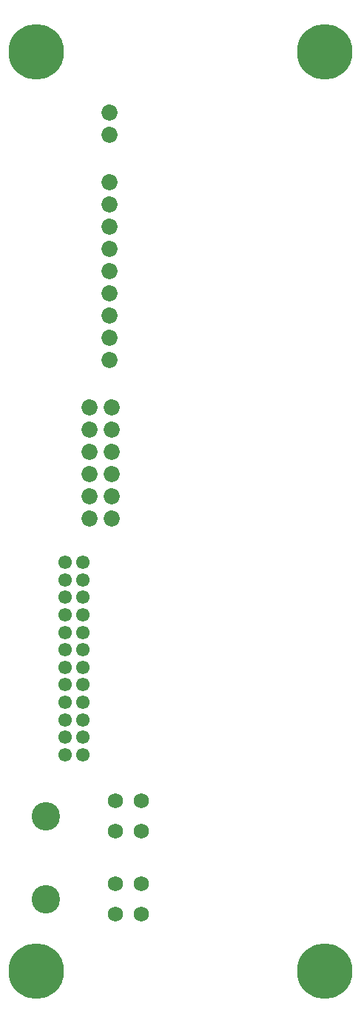
<source format=gbs>
G04*
G04 #@! TF.GenerationSoftware,Altium Limited,Altium Designer,20.2.6 (244)*
G04*
G04 Layer_Color=16711935*
%FSLAX25Y25*%
%MOIN*%
G70*
G04*
G04 #@! TF.SameCoordinates,18B60BF0-4894-4EB4-B1A3-BA70FD5D1607*
G04*
G04*
G04 #@! TF.FilePolarity,Negative*
G04*
G01*
G75*
%ADD43C,0.07284*%
%ADD44C,0.06890*%
%ADD45C,0.12795*%
%ADD46C,0.06102*%
%ADD47C,0.25000*%
D43*
X50748Y372559D02*
D03*
Y362559D02*
D03*
Y352559D02*
D03*
Y342559D02*
D03*
Y332559D02*
D03*
Y322559D02*
D03*
Y312559D02*
D03*
Y302559D02*
D03*
Y292559D02*
D03*
X41653Y271142D02*
D03*
Y261142D02*
D03*
Y251142D02*
D03*
Y241142D02*
D03*
Y231142D02*
D03*
X51653Y261142D02*
D03*
Y221142D02*
D03*
Y231142D02*
D03*
Y241142D02*
D03*
Y251142D02*
D03*
Y271142D02*
D03*
X41653Y221142D02*
D03*
X50748Y393819D02*
D03*
Y403819D02*
D03*
D44*
X53189Y56890D02*
D03*
Y43110D02*
D03*
X65000D02*
D03*
Y56890D02*
D03*
X53189Y94291D02*
D03*
Y80512D02*
D03*
X65000D02*
D03*
Y94291D02*
D03*
D45*
X22047Y50000D02*
D03*
X22047Y87402D02*
D03*
D46*
X38583Y114961D02*
D03*
Y122835D02*
D03*
Y130709D02*
D03*
Y138583D02*
D03*
Y146457D02*
D03*
Y154331D02*
D03*
Y162205D02*
D03*
Y170079D02*
D03*
Y177953D02*
D03*
Y185827D02*
D03*
Y193701D02*
D03*
Y201575D02*
D03*
X30709Y201575D02*
D03*
Y193701D02*
D03*
Y185827D02*
D03*
Y177953D02*
D03*
Y170079D02*
D03*
Y162205D02*
D03*
Y154331D02*
D03*
Y146457D02*
D03*
Y138583D02*
D03*
Y130709D02*
D03*
Y114961D02*
D03*
Y122835D02*
D03*
D47*
X17717Y431102D02*
D03*
X147638D02*
D03*
Y17717D02*
D03*
X17717D02*
D03*
M02*

</source>
